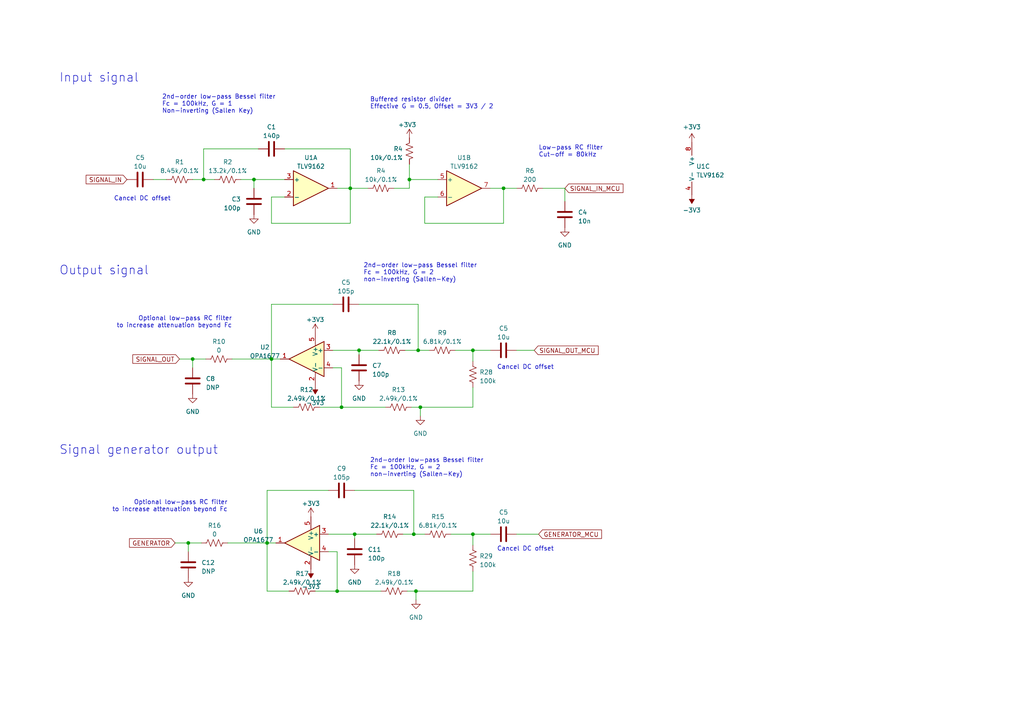
<source format=kicad_sch>
(kicad_sch (version 20230121) (generator eeschema)
  (paper "A4")
  (title_block (title "DSP PAW add-on board") (date "2023-09-13") (rev "2") (company "bitgloo") (comment 1 "Released under the CERN Open Hardware Licence Version 2 - Strongly Reciprocal"))
  (lib_symbols
    (symbol "Amplifier_Operational:OPA196xDBV" (pin_names (offset 0.127))
      (property "Reference" "U" (at -1.27 6.35 0))
      (property "Value" "OPA196xDBV" (at -1.27 3.81 0))
      (symbol "OPA196xDBV_0_1"
        (polyline (pts (xy -5.08 5.08) (xy 5.08 0) (xy -5.08 -5.08) (xy -5.08 5.08)) (stroke (width 0.254)) (fill (type background)))
        (pin power_in line (at -2.54 -7.62 90) (length 3.81) (name "V-") (number "2"))
        (pin power_in line (at -2.54 7.62 270) (length 3.81) (name "V+") (number "5"))
      )
      (symbol "OPA196xDBV_1_1"
        (pin output line (at 7.62 0 180) (length 2.54) (name "~") (number "1"))
        (pin input line (at -7.62 2.54 0) (length 2.54) (name "+") (number "3"))
        (pin input line (at -7.62 -2.54 0) (length 2.54) (name "-") (number "4"))
      )
    )
    (symbol "Amplifier_Operational:TLV9062xD" (pin_names (offset 0.127))
      (property "Reference" "U" (at 2.54 6.35 0))
      (property "Value" "TLV9062xD" (at 2.54 3.81 0))
      (symbol "TLV9062xD_1_1"
        (polyline (pts (xy 5.08 0) (xy -5.08 5.08) (xy -5.08 -5.08) (xy 5.08 0)) (stroke (width 0.254)) (fill (type background)))
        (pin output line (at 7.62 0 180) (length 2.54) (name "~") (number "1"))
        (pin input line (at -7.62 -2.54 0) (length 2.54) (name "-") (number "2"))
        (pin input line (at -7.62 2.54 0) (length 2.54) (name "+") (number "3"))
      )
      (symbol "TLV9062xD_2_1"
        (polyline (pts (xy 5.08 0) (xy -5.08 5.08) (xy -5.08 -5.08) (xy 5.08 0)) (stroke (width 0.254)) (fill (type background)))
        (pin input line (at -7.62 2.54 0) (length 2.54) (name "+") (number "5"))
        (pin input line (at -7.62 -2.54 0) (length 2.54) (name "-") (number "6"))
        (pin output line (at 7.62 0 180) (length 2.54) (name "~") (number "7"))
      )
      (symbol "TLV9062xD_3_1"
        (pin power_in line (at 0 -7.62 90) (length 3.81) (name "V-") (number "4"))
        (pin power_in line (at 0 7.62 270) (length 3.81) (name "V+") (number "8"))
      )
    )
    (symbol "Device:C" (pin_numbers hide) (pin_names (offset 0.254))
      (property "Reference" "C" (at 0.635 2.54 0))
      (property "Value" "C" (at 0.635 -2.54 0))
      (symbol "C_0_1"
        (polyline (pts (xy -2.032 -0.762) (xy 2.032 -0.762)) (stroke (width 0.508)))
        (polyline (pts (xy -2.032 0.762) (xy 2.032 0.762)) (stroke (width 0.508)))
      )
      (symbol "C_1_1"
        (pin passive line (at 0 3.81 270) (length 2.794) (name "~") (number "1"))
        (pin passive line (at 0 -3.81 90) (length 2.794) (name "~") (number "2"))
      )
    )
    (symbol "Device:R_US" (pin_numbers hide) (pin_names (offset 0))
      (property "Reference" "R" (at 2.54 0 90))
      (property "Value" "R_US" (at -2.54 0 90))
      (symbol "R_US_0_1"
        (polyline (pts (xy 0 -2.286) (xy 0 -2.54)))
        (polyline (pts (xy 0 2.286) (xy 0 2.54)))
        (polyline (pts (xy 0 -0.762) (xy 1.016 -1.143) (xy 0 -1.524) (xy -1.016 -1.905) (xy 0 -2.286)))
        (polyline (pts (xy 0 0.762) (xy 1.016 0.381) (xy 0 0) (xy -1.016 -0.381) (xy 0 -0.762)))
        (polyline (pts (xy 0 2.286) (xy 1.016 1.905) (xy 0 1.524) (xy -1.016 1.143) (xy 0 0.762)))
      )
      (symbol "R_US_1_1"
        (pin passive line (at 0 3.81 270) (length 1.27) (name "~") (number "1"))
        (pin passive line (at 0 -3.81 90) (length 1.27) (name "~") (number "2"))
      )
    )
    (symbol "power:+3V3" (power) (pin_names (offset 0))
      (property "Value" "+3V3" (at 0 3.556 0))
      (symbol "+3V3_0_1"
        (polyline (pts (xy -0.762 1.27) (xy 0 2.54)))
        (polyline (pts (xy 0 0) (xy 0 2.54)))
        (polyline (pts (xy 0 2.54) (xy 0.762 1.27)))
      )
      (symbol "+3V3_1_1"
        (pin power_in line (at 0 0 90) (length 0) hide (name "+3V3") (number "1"))
      )
    )
    (symbol "power:-3V3" (power) (pin_names (offset 0))
      (property "Value" "-3V3" (at 0 3.81 0))
      (symbol "-3V3_0_0"
        (pin power_in line (at 0 0 90) (length 0) hide (name "-3V3") (number "1"))
      )
      (symbol "-3V3_0_1"
        (polyline (pts (xy 0 0) (xy 0 1.27) (xy 0.762 1.27) (xy 0 2.54) (xy -0.762 1.27) (xy 0 1.27)) (fill (type outline)))
      )
    )
    (symbol "power:GND" (power) (pin_names (offset 0))
      (property "Value" "GND" (at 0 -3.81 0))
      (symbol "GND_0_1"
        (polyline (pts (xy 0 0) (xy 0 -1.27) (xy 1.27 -1.27) (xy 0 -2.54) (xy -1.27 -1.27) (xy 0 -1.27)))
      )
      (symbol "GND_1_1"
        (pin power_in line (at 0 0 270) (length 0) hide (name "GND") (number "1"))
      )
    )
  )
  (junction (at 121.285 101.6))
  (junction (at 77.47 157.48))
  (junction (at 97.79 171.45))
  (junction (at 121.92 118.11))
  (junction (at 120.65 171.45))
  (junction (at 104.14 101.6))
  (junction (at 78.74 104.14))
  (junction (at 55.88 104.14))
  (junction (at 99.06 118.11))
  (junction (at 102.87 154.94))
  (junction (at 146.05 54.61))
  (junction (at 59.055 52.07))
  (junction (at 137.16 154.94))
  (junction (at 73.66 52.07))
  (junction (at 101.6 54.61))
  (junction (at 118.745 52.07))
  (junction (at 137.16 101.6))
  (junction (at 54.61 157.48))
  (junction (at 120.015 154.94))
  (wire (pts (xy 58.42 157.48) (xy 54.61 157.48)))
  (wire (pts (xy 157.48 54.61) (xy 163.83 54.61)))
  (wire (pts (xy 149.86 154.94) (xy 156.21 154.94)))
  (wire (pts (xy 55.88 52.07) (xy 59.055 52.07)))
  (wire (pts (xy 78.74 57.15) (xy 78.74 64.77)))
  (wire (pts (xy 78.74 104.14) (xy 78.74 118.11)))
  (wire (pts (xy 120.65 171.45) (xy 120.65 173.99)))
  (wire (pts (xy 44.45 52.07) (xy 48.26 52.07)))
  (wire (pts (xy 149.86 101.6) (xy 154.94 101.6)))
  (wire (pts (xy 78.74 104.14) (xy 78.74 88.265)))
  (wire (pts (xy 82.55 57.15) (xy 78.74 57.15)))
  (wire (pts (xy 137.16 101.6) (xy 137.16 104.775)))
  (wire (pts (xy 146.05 54.61) (xy 142.24 54.61)))
  (wire (pts (xy 59.055 43.18) (xy 74.93 43.18)))
  (wire (pts (xy 118.745 52.07) (xy 127 52.07)))
  (wire (pts (xy 104.14 101.6) (xy 104.14 102.87)))
  (wire (pts (xy 59.69 104.14) (xy 55.88 104.14)))
  (wire (pts (xy 120.015 142.24) (xy 120.015 154.94)))
  (wire (pts (xy 54.61 157.48) (xy 54.61 160.02)))
  (wire (pts (xy 52.07 104.14) (xy 55.88 104.14)))
  (wire (pts (xy 120.015 154.94) (xy 123.19 154.94)))
  (wire (pts (xy 137.16 165.735) (xy 137.16 171.45)))
  (wire (pts (xy 102.87 154.94) (xy 109.22 154.94)))
  (wire (pts (xy 55.88 104.14) (xy 55.88 106.68)))
  (wire (pts (xy 137.16 101.6) (xy 142.24 101.6)))
  (wire (pts (xy 99.06 118.11) (xy 111.76 118.11)))
  (wire (pts (xy 66.04 157.48) (xy 77.47 157.48)))
  (wire (pts (xy 78.74 118.11) (xy 85.09 118.11)))
  (wire (pts (xy 77.47 171.45) (xy 83.82 171.45)))
  (wire (pts (xy 77.47 157.48) (xy 77.47 142.24)))
  (wire (pts (xy 102.87 154.94) (xy 102.87 156.21)))
  (wire (pts (xy 132.08 101.6) (xy 137.16 101.6)))
  (wire (pts (xy 101.6 64.77) (xy 101.6 54.61)))
  (wire (pts (xy 67.31 104.14) (xy 78.74 104.14)))
  (wire (pts (xy 121.92 120.65) (xy 121.92 118.11)))
  (wire (pts (xy 77.47 142.24) (xy 95.25 142.24)))
  (wire (pts (xy 137.16 154.94) (xy 142.24 154.94)))
  (wire (pts (xy 130.81 154.94) (xy 137.16 154.94)))
  (wire (pts (xy 97.79 171.45) (xy 110.49 171.45)))
  (wire (pts (xy 163.83 58.42) (xy 163.83 54.61)))
  (wire (pts (xy 59.055 52.07) (xy 62.23 52.07)))
  (wire (pts (xy 50.8 157.48) (xy 54.61 157.48)))
  (wire (pts (xy 123.19 57.15) (xy 123.19 64.77)))
  (wire (pts (xy 121.285 101.6) (xy 124.46 101.6)))
  (wire (pts (xy 97.79 160.02) (xy 97.79 171.45)))
  (wire (pts (xy 120.65 171.45) (xy 118.11 171.45)))
  (wire (pts (xy 146.05 54.61) (xy 149.86 54.61)))
  (wire (pts (xy 101.6 43.18) (xy 101.6 54.61)))
  (wire (pts (xy 96.52 101.6) (xy 104.14 101.6)))
  (wire (pts (xy 97.79 54.61) (xy 101.6 54.61)))
  (wire (pts (xy 95.25 154.94) (xy 102.87 154.94)))
  (wire (pts (xy 121.92 118.11) (xy 119.38 118.11)))
  (wire (pts (xy 77.47 157.48) (xy 80.01 157.48)))
  (wire (pts (xy 123.19 64.77) (xy 146.05 64.77)))
  (wire (pts (xy 118.745 47.625) (xy 118.745 52.07)))
  (wire (pts (xy 73.66 52.07) (xy 82.55 52.07)))
  (wire (pts (xy 102.87 142.24) (xy 120.015 142.24)))
  (wire (pts (xy 114.3 54.61) (xy 118.745 54.61)))
  (wire (pts (xy 78.74 104.14) (xy 81.28 104.14)))
  (wire (pts (xy 59.055 43.18) (xy 59.055 52.07)))
  (wire (pts (xy 117.475 101.6) (xy 121.285 101.6)))
  (wire (pts (xy 96.52 106.68) (xy 99.06 106.68)))
  (wire (pts (xy 118.745 52.07) (xy 118.745 54.61)))
  (wire (pts (xy 78.74 88.265) (xy 96.52 88.265)))
  (wire (pts (xy 116.84 154.94) (xy 120.015 154.94)))
  (wire (pts (xy 137.16 112.395) (xy 137.16 118.11)))
  (wire (pts (xy 95.25 160.02) (xy 97.79 160.02)))
  (wire (pts (xy 137.16 154.94) (xy 137.16 158.115)))
  (wire (pts (xy 69.85 52.07) (xy 73.66 52.07)))
  (wire (pts (xy 101.6 54.61) (xy 106.68 54.61)))
  (wire (pts (xy 137.16 171.45) (xy 120.65 171.45)))
  (wire (pts (xy 137.16 118.11) (xy 121.92 118.11)))
  (wire (pts (xy 104.14 101.6) (xy 109.855 101.6)))
  (wire (pts (xy 146.05 64.77) (xy 146.05 54.61)))
  (wire (pts (xy 78.74 64.77) (xy 101.6 64.77)))
  (wire (pts (xy 92.71 118.11) (xy 99.06 118.11)))
  (wire (pts (xy 73.66 52.07) (xy 73.66 54.61)))
  (wire (pts (xy 99.06 106.68) (xy 99.06 118.11)))
  (wire (pts (xy 91.44 171.45) (xy 97.79 171.45)))
  (wire (pts (xy 121.285 88.265) (xy 121.285 101.6)))
  (wire (pts (xy 127 57.15) (xy 123.19 57.15)))
  (wire (pts (xy 104.14 88.265) (xy 121.285 88.265)))
  (wire (pts (xy 77.47 157.48) (xy 77.47 171.45)))
  (wire (pts (xy 82.55 43.18) (xy 101.6 43.18)))
  (text "Cancel DC offset" (at 33.02 58.42 0) (effects (font (size 1.27 1.27)) (justify left bottom)))
  (text "2nd-order low-pass Bessel filter\nFc = 100kHz, G = 2\nnon-inverting (Sallen-Key)" (at 105.41 81.915 0) (effects (font (size 1.27 1.27)) (justify left bottom)))
  (text "Low-pass RC filter\nCut-off = 80kHz" (at 156.21 45.72 0) (effects (font (size 1.27 1.27)) (justify left bottom)))
  (text "2nd-order low-pass Bessel filter\nFc = 100kHz, G = 1\nNon-inverting (Sallen Key)" (at 46.99 33.02 0) (effects (font (size 1.27 1.27)) (justify left bottom)))
  (text "Cancel DC offset" (at 144.145 160.02 0) (effects (font (size 1.27 1.27)) (justify left bottom)))
  (text "Cancel DC offset" (at 144.145 107.315 0) (effects (font (size 1.27 1.27)) (justify left bottom)))
  (text "Buffered resistor divider\nEffective G = 0.5, Offset = 3V3 / 2" (at 107.315 31.75 0) (effects (font (size 1.27 1.27)) (justify left bottom)))
  (text "Signal generator output" (at 17.145 132.08 0) (effects (font (size 2.54 2.54)) (justify left bottom)))
  (text "2nd-order low-pass Bessel filter\nFc = 100kHz, G = 2\nnon-inverting (Sallen-Key)" (at 107.315 138.43 0) (effects (font (size 1.27 1.27)) (justify left bottom)))
  (text "Optional low-pass RC filter\nto increase attenuation beyond Fc" (at 67.31 95.25 0) (effects (font (size 1.27 1.27)) (justify right bottom)))
  (text "Input signal" (at 17.145 24.13 0) (effects (font (size 2.54 2.54)) (justify left bottom)))
  (text "Optional low-pass RC filter\nto increase attenuation beyond Fc" (at 66.04 148.59 0) (effects (font (size 1.27 1.27)) (justify right bottom)))
  (text "Output signal" (at 17.145 80.01 0) (effects (font (size 2.54 2.54)) (justify left bottom)))
  (global_label "GENERATOR" (shape input) (at 50.8 157.48 180) (property "Intersheetrefs" "${INTERSHEET_REFS}" (effects hide)))
  (global_label "SIGNAL_IN_MCU" (shape input) (at 163.83 54.61 0) (property "Intersheetrefs" "${INTERSHEET_REFS}" (effects hide)))
  (global_label "GENERATOR_MCU" (shape input) (at 156.21 154.94 0) (property "Intersheetrefs" "${INTERSHEET_REFS}" (effects hide)))
  (global_label "SIGNAL_OUT_MCU" (shape input) (at 154.94 101.6 0) (property "Intersheetrefs" "${INTERSHEET_REFS}" (effects hide)))
  (global_label "SIGNAL_IN" (shape input) (at 36.83 52.07 180) (property "Intersheetrefs" "${INTERSHEET_REFS}" (effects hide)))
  (global_label "SIGNAL_OUT" (shape input) (at 52.07 104.14 180) (property "Intersheetrefs" "${INTERSHEET_REFS}" (effects hide)))
  (symbol (lib_id "power:GND") (at 104.14 110.49 0) (unit 1)
    (property "Reference" "#PWR02" (effects hide))
    (property "Value" "GND" (at 104.14 115.57 0))
    (instances (project "DSP PAW add-on board" (path "" (reference "#PWR02") (unit 1)) (path "" (reference "#PWR09") (unit 1))))
  )
  (symbol (lib_id "Device:R_US") (at 110.49 54.61 90) (unit 1)
    (property "Reference" "R4" (at 110.49 49.53 90))
    (property "Value" "10k/0.1%" (at 110.49 52.07 90))
    (property "Footprint" "Resistor_SMD:R_0603_1608Metric" (effects hide))
    (instances (project "DSP PAW add-on board" (path "" (reference "R4") (unit 1)) (path "" (reference "R5") (unit 1))))
  )
  (symbol (lib_id "Device:R_US") (at 87.63 171.45 90) (unit 1)
    (property "Reference" "R17" (at 87.63 166.37 90))
    (property "Value" "2.49k/0.1%" (at 87.63 168.91 90))
    (property "Footprint" "Resistor_SMD:R_0603_1608Metric" (effects hide))
    (property "Part Number" "RT0603DRE072K49L" (effects hide))
  )
  (symbol (lib_id "power:GND") (at 73.66 62.23 0) (mirror y) (unit 1)
    (property "Reference" "#PWR01" (effects hide))
    (property "Value" "GND" (at 73.66 67.31 0))
  )
  (symbol (lib_id "power:GND") (at 163.83 66.04 0) (unit 1)
    (property "Reference" "#PWR02" (effects hide))
    (property "Value" "GND" (at 163.83 71.12 0))
    (instances (project "DSP PAW add-on board" (path "" (reference "#PWR02") (unit 1)) (path "" (reference "#PWR03") (unit 1))))
  )
  (symbol (lib_id "power:-3V3") (at 200.66 56.515 180) (unit 1)
    (property "Reference" "#PWR07" (effects hide))
    (property "Value" "-3V3" (at 200.66 60.96 0))
  )
  (symbol (lib_id "power:GND") (at 102.87 163.83 0) (unit 1)
    (property "Reference" "#PWR02" (effects hide))
    (property "Value" "GND" (at 102.87 168.91 0))
    (instances (project "DSP PAW add-on board" (path "" (reference "#PWR02") (unit 1)) (path "" (reference "#PWR013") (unit 1))))
  )
  (symbol (lib_id "power:-3V3") (at 90.17 165.1 180) (unit 1)
    (property "Reference" "#PWR05" (effects hide))
    (property "Value" "-3V3" (at 90.17 170.18 0))
  )
  (symbol (lib_id "Device:R_US") (at 52.07 52.07 90) (unit 1)
    (property "Reference" "R1" (at 52.07 46.99 90))
    (property "Value" "8.45k/0.1%" (at 52.07 49.53 90))
    (property "Footprint" "Resistor_SMD:R_0603_1608Metric" (effects hide))
    (instances (project "DSP PAW add-on board" (path "" (reference "R1") (unit 1)) (path "" (reference "R3") (unit 1))))
  )
  (symbol (lib_id "Device:R_US") (at 128.27 101.6 90) (unit 1)
    (property "Reference" "R9" (at 128.27 96.52 90))
    (property "Value" "6.81k/0.1%" (at 128.27 99.06 90))
    (property "Footprint" "Resistor_SMD:R_0603_1608Metric" (effects hide))
    (property "Part Number" "RT0603DRE076K81L" (effects hide))
  )
  (symbol (lib_id "Device:R_US") (at 118.745 43.815 0) (mirror x) (unit 1)
    (property "Reference" "R4" (at 116.84 43.18 0) (effects (justify right)))
    (property "Value" "10k/0.1%" (at 116.84 45.72 0) (effects (justify right)))
    (property "Footprint" "Resistor_SMD:R_0603_1608Metric" (effects hide))
    (instances (project "DSP PAW add-on board" (path "" (reference "R4") (unit 1)) (path "" (reference "R1") (unit 1))))
  )
  (symbol (lib_id "Device:R_US") (at 88.9 118.11 90) (unit 1)
    (property "Reference" "R12" (at 88.9 113.03 90))
    (property "Value" "2.49k/0.1%" (at 88.9 115.57 90))
    (property "Footprint" "Resistor_SMD:R_0603_1608Metric" (effects hide))
    (property "Part Number" "RT0603DRE072K49L" (effects hide))
  )
  (symbol (lib_id "Device:C") (at 54.61 163.83 180) (unit 1)
    (property "Reference" "C12" (at 58.42 163.195 0) (effects (justify right)))
    (property "Value" "DNP" (at 58.42 165.735 0) (effects (justify right)))
    (property "Footprint" "Capacitor_SMD:C_0603_1608Metric" (effects hide))
    (property "DNP" "T" (effects hide))
  )
  (symbol (lib_id "Device:C") (at 55.88 110.49 180) (unit 1)
    (property "Reference" "C8" (at 59.69 109.855 0) (effects (justify right)))
    (property "Value" "DNP" (at 59.69 112.395 0) (effects (justify right)))
    (property "Footprint" "Capacitor_SMD:C_0603_1608Metric" (effects hide))
    (property "DNP" "T" (effects hide))
  )
  (symbol (lib_id "Device:C") (at 104.14 106.68 0) (unit 1)
    (property "Reference" "C7" (at 107.95 106.045 0) (effects (justify left)))
    (property "Value" "100p" (at 107.95 108.585 0) (effects (justify left)))
    (property "Footprint" "Capacitor_SMD:C_0603_1608Metric" (effects hide))
    (property "Part Number" "CC0603KPX7R9BB101" (effects hide))
  )
  (symbol (lib_id "Device:C") (at 100.33 88.265 90) (unit 1)
    (property "Reference" "C5" (at 100.33 81.915 90))
    (property "Value" "105p" (at 100.33 84.455 90))
    (property "Footprint" "Capacitor_SMD:C_0603_1608Metric" (effects hide))
    (property "Part Number" "CC0603KPX7R9BB101" (effects hide))
  )
  (symbol (lib_id "Device:R_US") (at 137.16 161.925 180) (unit 1)
    (property "Reference" "R29" (at 139.065 161.29 0) (effects (justify right)))
    (property "Value" "100k" (at 139.065 163.83 0) (effects (justify right)))
    (property "Footprint" "Resistor_SMD:R_0603_1608Metric" (effects hide))
  )
  (symbol (lib_id "Device:R_US") (at 66.04 52.07 90) (unit 1)
    (property "Reference" "R2" (at 66.04 46.99 90))
    (property "Value" "13.2k/0.1%" (at 66.04 49.53 90))
    (property "Footprint" "Resistor_SMD:R_0603_1608Metric" (effects hide))
    (instances (project "DSP PAW add-on board" (path "" (reference "R2") (unit 1)) (path "" (reference "R4") (unit 1))))
  )
  (symbol (lib_id "Device:C") (at 73.66 58.42 0) (mirror y) (unit 1)
    (property "Reference" "C3" (at 69.85 57.785 0) (effects (justify left)))
    (property "Value" "100p" (at 69.85 60.325 0) (effects (justify left)))
    (property "Footprint" "Capacitor_SMD:C_0603_1608Metric" (effects hide))
    (property "Part Number" "CC0603KPX7R9BB101" (effects hide))
  )
  (symbol (lib_id "Device:R_US") (at 63.5 104.14 90) (unit 1)
    (property "Reference" "R10" (at 63.5 99.06 90))
    (property "Value" "0" (at 63.5 101.6 90))
    (property "Footprint" "Resistor_SMD:R_0603_1608Metric" (effects hide))
    (property "Part Number" "RMCF0603ZT0R00" (effects hide))
  )
  (symbol (lib_id "power:+3V3") (at 118.745 40.005 0) (unit 1)
    (property "Reference" "#PWR02" (effects hide))
    (property "Value" "+3V3" (at 118.11 36.195 0))
  )
  (symbol (lib_id "Amplifier_Operational:OPA196xDBV") (at 87.63 157.48 0) (mirror y) (unit 1)
    (property "Reference" "U6" (at 74.93 154.0511 0))
    (property "Value" "OPA1677" (at 74.93 156.5911 0))
    (property "Footprint" "Package_TO_SOT_SMD:SOT-23-5" (effects hide))
    (property "Datasheet" "http://www.ti.com/lit/ds/symlink/opa4196.pdf" (effects hide))
  )
  (symbol (lib_id "Amplifier_Operational:OPA196xDBV") (at 88.9 104.14 0) (mirror y) (unit 1)
    (property "Reference" "U2" (at 76.835 100.7111 0))
    (property "Value" "OPA1677" (at 76.835 103.2511 0))
    (property "Footprint" "Package_TO_SOT_SMD:SOT-23-5" (effects hide))
  )
  (symbol (lib_id "Device:R_US") (at 127 154.94 90) (unit 1)
    (property "Reference" "R15" (at 127 149.86 90))
    (property "Value" "6.81k/0.1%" (at 127 152.4 90))
    (property "Footprint" "Resistor_SMD:R_0603_1608Metric" (effects hide))
    (property "Part Number" "RT0603DRE076K81L" (effects hide))
  )
  (symbol (lib_id "power:+3V3") (at 200.66 41.275 0) (unit 1)
    (property "Reference" "#PWR08" (effects hide))
    (property "Value" "+3V3" (at 200.66 36.83 0))
  )
  (symbol (lib_id "Device:C") (at 102.87 160.02 0) (unit 1)
    (property "Reference" "C11" (at 106.68 159.385 0) (effects (justify left)))
    (property "Value" "100p" (at 106.68 161.925 0) (effects (justify left)))
    (property "Footprint" "Capacitor_SMD:C_0603_1608Metric" (effects hide))
    (property "Part Number" "CC0603KPX7R9BB101" (effects hide))
  )
  (symbol (lib_id "Device:C") (at 163.83 62.23 0) (unit 1)
    (property "Reference" "C4" (at 167.64 61.595 0) (effects (justify left)))
    (property "Value" "10n" (at 167.64 64.135 0) (effects (justify left)))
    (property "Footprint" "Capacitor_SMD:C_0603_1608Metric" (effects hide))
  )
  (symbol (lib_id "Amplifier_Operational:TLV9062xD") (at 200.66 48.895 0) (unit 3)
    (property "Reference" "U1" (at 201.93 48.26 0) (effects (justify left)))
    (property "Value" "TLV9162" (at 201.93 50.8 0) (effects (justify left)))
    (property "Footprint" "Package_SO:SOIC-8_3.9x4.9mm_P1.27mm" (effects hide))
    (property "Datasheet" "https://www.ti.com/lit/ds/symlink/tlv9162.pdf" (effects hide))
    (property "Part Number" "TLV9162IDR" (effects hide))
  )
  (symbol (lib_id "power:GND") (at 54.61 167.64 0) (unit 1)
    (property "Reference" "#PWR01" (effects hide))
    (property "Value" "GND" (at 54.61 172.72 0))
    (instances (project "DSP PAW add-on board" (path "" (reference "#PWR01") (unit 1)) (path "" (reference "#PWR014") (unit 1))))
  )
  (symbol (lib_id "Device:R_US") (at 62.23 157.48 90) (unit 1)
    (property "Reference" "R16" (at 62.23 152.4 90))
    (property "Value" "0" (at 62.23 154.94 90))
    (property "Footprint" "Resistor_SMD:R_0603_1608Metric" (effects hide))
    (property "Part Number" "RMCF0603ZT0R00" (effects hide))
  )
  (symbol (lib_id "Device:R_US") (at 113.665 101.6 90) (unit 1)
    (property "Reference" "R8" (at 113.665 96.52 90))
    (property "Value" "22.1k/0.1%" (at 113.665 99.06 90))
    (property "Footprint" "Resistor_SMD:R_0603_1608Metric" (effects hide))
    (property "Part Number" "RT0603DRE0722K1L" (effects hide))
  )
  (symbol (lib_id "Device:C") (at 146.05 154.94 90) (unit 1)
    (property "Reference" "C5" (at 146.05 148.59 90))
    (property "Value" "10u" (at 146.05 151.13 90))
    (property "Footprint" "Capacitor_SMD:C_0805_2012Metric" (effects hide))
    (property "Part Number" "CL21A106KOQNNNE" (effects hide))
    (instances (project "DSP PAW add-on board" (path "" (reference "C5") (unit 1)) (path "" (reference "C10") (unit 1))))
  )
  (symbol (lib_id "power:GND") (at 121.92 120.65 0) (unit 1)
    (property "Reference" "#PWR02" (effects hide))
    (property "Value" "GND" (at 121.92 125.73 0))
    (instances (project "DSP PAW add-on board" (path "" (reference "#PWR02") (unit 1)) (path "" (reference "#PWR012") (unit 1))))
  )
  (symbol (lib_id "power:+3V3") (at 91.44 96.52 0) (unit 1)
    (property "Reference" "#PWR062" (effects hide))
    (property "Value" "+3V3" (at 91.44 92.71 0))
  )
  (symbol (lib_id "power:GND") (at 120.65 173.99 0) (unit 1)
    (property "Reference" "#PWR02" (effects hide))
    (property "Value" "GND" (at 120.65 179.07 0))
    (instances (project "DSP PAW add-on board" (path "" (reference "#PWR02") (unit 1)) (path "" (reference "#PWR015") (unit 1))))
  )
  (symbol (lib_id "Amplifier_Operational:TLV9062xD") (at 134.62 54.61 0) (unit 2)
    (property "Reference" "U1" (at 134.62 45.72 0))
    (property "Value" "TLV9162" (at 134.62 48.26 0))
    (property "Footprint" "Package_SO:SOIC-8_3.9x4.9mm_P1.27mm" (effects hide))
    (property "Datasheet" "https://www.ti.com/lit/ds/symlink/tlv9162.pdf" (effects hide))
    (property "Part Number" "TLV9162IDR" (effects hide))
  )
  (symbol (lib_id "Device:R_US") (at 113.03 154.94 90) (unit 1)
    (property "Reference" "R14" (at 113.03 149.86 90))
    (property "Value" "22.1k/0.1%" (at 113.03 152.4 90))
    (property "Footprint" "Resistor_SMD:R_0603_1608Metric" (effects hide))
    (property "Part Number" "RT0603DRE0722K1L" (effects hide))
  )
  (symbol (lib_id "Device:C") (at 146.05 101.6 90) (unit 1)
    (property "Reference" "C5" (at 146.05 95.25 90))
    (property "Value" "10u" (at 146.05 97.79 90))
    (property "Footprint" "Capacitor_SMD:C_0805_2012Metric" (effects hide))
    (property "Part Number" "CL21A106KOQNNNE" (effects hide))
    (instances (project "DSP PAW add-on board" (path "" (reference "C5") (unit 1)) (path "" (reference "C6") (unit 1))))
  )
  (symbol (lib_id "Device:R_US") (at 153.67 54.61 90) (unit 1)
    (property "Reference" "R6" (at 153.67 49.53 90))
    (property "Value" "200" (at 153.67 52.07 90))
    (property "Footprint" "Resistor_SMD:R_0603_1608Metric" (effects hide))
  )
  (symbol (lib_id "power:GND") (at 55.88 114.3 0) (unit 1)
    (property "Reference" "#PWR01" (effects hide))
    (property "Value" "GND" (at 55.88 119.38 0))
    (instances (project "DSP PAW add-on board" (path "" (reference "#PWR01") (unit 1)) (path "" (reference "#PWR011") (unit 1))))
  )
  (symbol (lib_id "Device:R_US") (at 137.16 108.585 180) (unit 1)
    (property "Reference" "R28" (at 139.065 107.95 0) (effects (justify right)))
    (property "Value" "100k" (at 139.065 110.49 0) (effects (justify right)))
    (property "Footprint" "Resistor_SMD:R_0603_1608Metric" (effects hide))
  )
  (symbol (lib_id "power:-3V3") (at 91.44 111.76 180) (unit 1)
    (property "Reference" "#PWR06" (effects hide))
    (property "Value" "-3V3" (at 91.44 116.84 0))
  )
  (symbol (lib_id "Device:C") (at 40.64 52.07 90) (unit 1)
    (property "Reference" "C5" (at 40.64 45.72 90))
    (property "Value" "10u" (at 40.64 48.26 90))
    (property "Footprint" "Capacitor_SMD:C_0805_2012Metric" (effects hide))
    (property "Part Number" "CL21A106KOQNNNE" (effects hide))
    (instances (project "DSP PAW add-on board" (path "" (reference "C5") (unit 1)) (path "" (reference "C2") (unit 1))))
  )
  (symbol (lib_id "Device:R_US") (at 114.3 171.45 90) (unit 1)
    (property "Reference" "R18" (at 114.3 166.37 90))
    (property "Value" "2.49k/0.1%" (at 114.3 168.91 90))
    (property "Footprint" "Resistor_SMD:R_0603_1608Metric" (effects hide))
    (property "Part Number" "RT0603DRE072K49L" (effects hide))
  )
  (symbol (lib_id "Amplifier_Operational:TLV9062xD") (at 90.17 54.61 0) (unit 1)
    (property "Reference" "U1" (at 90.17 45.72 0))
    (property "Value" "TLV9162" (at 90.17 48.26 0))
    (property "Footprint" "Package_SO:SOIC-8_3.9x4.9mm_P1.27mm" (effects hide))
    (property "Datasheet" "https://www.ti.com/lit/ds/symlink/tlv9162.pdf" (effects hide))
    (property "Part Number" "TLV9162IDR" (effects hide))
  )
  (symbol (lib_id "Device:C") (at 78.74 43.18 90) (unit 1)
    (property "Reference" "C1" (at 78.74 36.83 90))
    (property "Value" "140p" (at 78.74 39.37 90))
    (property "Footprint" "Capacitor_SMD:C_0603_1608Metric" (effects hide))
  )
  (symbol (lib_id "Device:R_US") (at 115.57 118.11 90) (unit 1)
    (property "Reference" "R13" (at 115.57 113.03 90))
    (property "Value" "2.49k/0.1%" (at 115.57 115.57 90))
    (property "Footprint" "Resistor_SMD:R_0603_1608Metric" (effects hide))
    (property "Part Number" "RT0603DRE072K49L" (effects hide))
  )
  (symbol (lib_id "Device:C") (at 99.06 142.24 90) (unit 1)
    (property "Reference" "C9" (at 99.06 135.89 90))
    (property "Value" "105p" (at 99.06 138.43 90))
    (property "Footprint" "Capacitor_SMD:C_0603_1608Metric" (effects hide))
    (property "Part Number" "CC0603KPX7R9BB101" (effects hide))
  )
  (symbol (lib_id "power:+3V3") (at 90.17 149.86 0) (unit 1)
    (property "Reference" "#PWR073" (effects hide))
    (property "Value" "+3V3" (at 90.17 146.05 0))
  )
)
</source>
